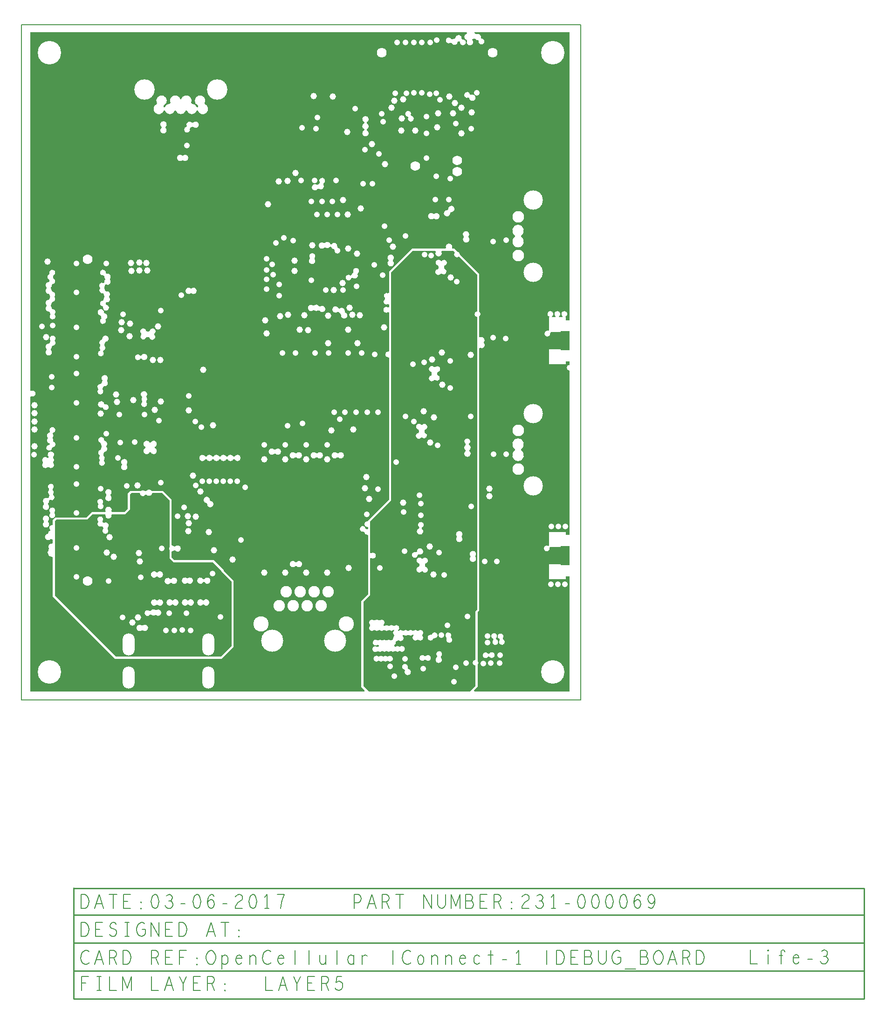
<source format=gbr>
G04 ================== begin FILE IDENTIFICATION RECORD ==================*
G04 Layout Name:  OC_Connect-1_DEBUG_Life-3.brd*
G04 Film Name:    L5P.gbr*
G04 File Format:  Gerber RS274X*
G04 File Origin:  Cadence Allegro 16.6-2015-S065*
G04 Origin Date:  Mon Mar 06 16:55:42 2017*
G04 *
G04 Layer:  VIA CLASS/L5_PWR*
G04 Layer:  PIN/L5_PWR*
G04 Layer:  ETCH/L5_PWR*
G04 Layer:  DRAWING FORMAT/L5*
G04 Layer:  DRAWING FORMAT/FILM_LABEL_OUTLINE*
G04 Layer:  BOARD GEOMETRY/OUTLINE*
G04 *
G04 Offset:    (0.000 0.000)*
G04 Mirror:    No*
G04 Mode:      Positive*
G04 Rotation:  0*
G04 FullContactRelief:  No*
G04 UndefLineWidth:     6.000*
G04 ================== end FILE IDENTIFICATION RECORD ====================*
%FSLAX25Y25*MOIN*%
%IR0*IPPOS*OFA0.00000B0.00000*MIA0B0*SFA1.00000B1.00000*%
%ADD10C,.026*%
%ADD11C,.01*%
%ADD12C,.006*%
%ADD21C,.109004*%
%ADD25C,.138004*%
%ADD18C,.146114*%
%ADD19C,.158004*%
%ADD13O,.087004X.158004*%
%ADD14C,.1678*%
%ADD15C,.042004*%
%ADD17C,.070004*%
%ADD20C,.082004*%
%ADD16C,.046004*%
%ADD24C,.083004*%
%ADD23C,.070164*%
%ADD22C,.069374*%
G75*
%LPD*%
G75*
G36*
G01X6418Y6200D02*
Y216797D01*
G02X7007Y217149I400J0D01*
G03Y220851I993J1851D01*
G02X6418Y221203I-189J352D01*
G01Y477400D01*
X318305D01*
X318354Y477272D01*
G03X318590Y476819I2146J828D01*
G02X318367Y476211I-332J-223D01*
G03X318387Y471783I633J-2211D01*
G02X318638Y471220I-107J-385D01*
G03X322241Y471907I2062J-1020D01*
G02X322208Y472166I134J148D01*
G03X322276Y472303I-508J335D01*
G02X322500Y472435I189J-65D01*
G03X324087Y472730I400J2265D01*
G02X324359Y472666I103J-171D01*
G03X326515Y471610I1941J1234D01*
G02X326944Y471130I37J-398D01*
G03X328922Y472799I2056J-430D01*
G02X328521Y473302I-15J400D01*
G03X325113Y475870I-2221J598D01*
G02X324841Y475934I-103J171D01*
G03X324105Y476659I-1941J-1234D01*
G02X324315Y477400I210J341D01*
G01X392000D01*
Y271491D01*
X389434D01*
Y273558D01*
X388856D01*
Y273894D01*
X388983Y273944D01*
G03X386896Y274268I-765J1956D01*
G02X386644Y273558I-252J-311D01*
G01X384792D01*
G02X384541Y274268I0J400D01*
G03X381896I-1322J1632D01*
G02X381644Y273558I-252J-311D01*
G01X379792D01*
G02X379540Y274268I0J400D01*
G03X377453Y273944I-1322J1632D01*
G01X377581Y273894D01*
Y273558D01*
X377264D01*
Y264286D01*
G02X376744Y263905I-400J0D01*
G03X378160Y262390I-626J-2005D01*
G02X378549Y262883I389J93D01*
G01X385576D01*
Y263572D01*
X392000D01*
Y250034D01*
X385576D01*
Y250723D01*
X377264D01*
Y240049D01*
X389434D01*
Y242116D01*
X392000D01*
Y239600D01*
G03Y235400I0J-2100D01*
G01Y117891D01*
X389434D01*
Y119958D01*
X377264D01*
Y110468D01*
G02X376664Y110121I-400J0D01*
G03X377660Y108790I-1046J-1821D01*
G02X378049Y109283I389J93D01*
G01X385576D01*
Y109972D01*
X392000D01*
Y96434D01*
X385576D01*
Y97123D01*
X377264D01*
Y86449D01*
X389434D01*
Y88516D01*
X392000D01*
Y6200D01*
X323805D01*
G02X323522Y6883I0J400D01*
G01X326218Y9579D01*
Y25130D01*
G03Y28070I-1500J1470D01*
G01Y62779D01*
X327318Y63879D01*
Y251333D01*
G02X327911Y251684I400J0D01*
G03X330626Y255345I1107J2016D01*
G02X330618Y255623I140J143D01*
G03X327896Y259234I-1700J1550D01*
G02X327318Y259592I-178J358D01*
G01Y274076D01*
G03Y277524I-1200J1723D01*
G01Y304721D01*
X313519Y318521D01*
X313514Y318596D01*
G03X311546Y320565I-2096J-128D01*
G01X311470Y320569D01*
X309440Y322600D01*
X308226D01*
G02X307855Y323148I0J400D01*
G03X303581I-2137J852D01*
G02X303210Y322600I-372J-148D01*
G01X279197D01*
X262818Y306221D01*
Y291110D01*
G02X262231Y290756I-400J0D01*
G03X260007Y287207I-982J-1856D01*
G02X259965Y286535I-237J-323D01*
G03X262189Y282978I1022J-1835D01*
G02X262818Y282650I229J-328D01*
G01Y280876D01*
G02X262173Y280560I-400J0D01*
G03Y277240I-1286J-1660D01*
G02X262818Y276924I245J-316D01*
G01Y249488D01*
G02X262379Y249090I-400J0D01*
G03Y244910I-205J-2090D01*
G02X262818Y244512I39J-398D01*
G01Y143321D01*
X247918Y128421D01*
Y128186D01*
G02X247475Y127788I-400J0D01*
G03Y123612I-225J-2088D01*
G02X247918Y123214I43J-398D01*
G01Y122586D01*
G02X247475Y122188I-400J0D01*
G03X246624Y122105I-225J-2088D01*
G02X246107Y122446I-119J382D01*
G03X244643Y120227I-2089J-215D01*
G02X245160Y119886I119J-382D01*
G03X247475Y118012I2089J214D01*
G02X247918Y117614I43J-398D01*
G01Y75721D01*
X243018Y70821D01*
Y9279D01*
X245414Y6883D01*
G02X245131Y6200I-283J-283D01*
G01X6418D01*
G37*
G36*
G01X248218D02*
X244518Y9900D01*
Y70200D01*
X249418Y75100D01*
Y101202D01*
G02X250058Y101521I400J0D01*
G03Y104879I1262J1679D01*
G02X249418Y105198I-240J320D01*
G01Y127800D01*
X264318Y142700D01*
Y305600D01*
X279818Y321100D01*
X295972D01*
G02X296314Y320493I0J-400D01*
G03X300248I1967J-1193D01*
G02X300590Y321100I342J207D01*
G01X308818D01*
X309949Y319969D01*
G03X312919Y316999I1469J-1501D01*
G01X325818Y304100D01*
Y277879D01*
G03Y273721I300J-2079D01*
G01Y64500D01*
X324718Y63400D01*
Y28700D01*
G03Y24500I0J-2100D01*
G01Y10200D01*
X320718Y6200D01*
X248218D01*
G37*
%LPC*%
G75*
G36*
G01X312419Y470805D02*
G03X311994Y470434I-26J-399D01*
G02X307556Y469766I-2294J166D01*
G03X306917Y469919I-373J-145D01*
G02X307430Y472348I-1401J1565D01*
G03X308077Y472230I365J165D01*
G02X309850Y472895I1623J-1630D01*
G03X310275Y473266I26J399D01*
G02X314822Y472634I2294J-166D01*
G03X315291Y472160I392J-81D01*
G02X313624Y470421I409J-2060D01*
G03X313131Y470869I-395J61D01*
G02X312419Y470805I-562J2231D01*
G37*
G36*
G01X320773Y432838D02*
G03X321350Y432547I395J64D01*
G02X320113Y430257I1050J-2047D01*
G03X319552Y430581I-398J-42D01*
G02X320773Y432838I-853J1919D01*
G37*
G36*
G01X278375Y418150D02*
G03X278690Y417585I363J-168D01*
G02X276531Y416382I-253J-2085D01*
G03X276216Y416947I-363J168D01*
G02X278375Y418150I253J2085D01*
G37*
G36*
G01X117883Y409708D02*
G03X118145Y410259I-102J387D01*
G02X122070Y412602I2096J947D01*
G03X122706I318J243D01*
G02Y409810I1828J-1396D01*
G03X122070I-318J-243D01*
G02X120682Y408948I-1828J1396D01*
G03X120384Y408415I77J-393D01*
G02X117883Y409708I-1966J-738D01*
G37*
G36*
G01X102953Y409615D02*
G03Y408979I243J-318D01*
G02X100161I-1396J-1828D01*
G03Y409615I-243J318D01*
G02X102953I1396J1828D01*
G37*
G36*
G01X115110Y389143D02*
G03X115390I140J143D01*
G02Y385857I1610J-1643D01*
G03X115110I-140J-143D01*
G02Y389143I-1610J1643D01*
G37*
G36*
G01X213144Y369335D02*
G03X213316Y369945I-149J371D01*
G02X215896Y369300I1684J1255D01*
G03X215760Y368681I171J-362D01*
G02X212501Y365456I-1760J-1481D01*
G03X211893Y365352I-261J-303D01*
G02X211399Y368244I-1993J1148D01*
G03X212007Y368348I261J303D01*
G02X213144Y369335I1993J-1148D01*
G37*
G36*
G01X307032Y348732D02*
G03X306570Y348273I-67J-394D01*
G02X304686Y350168I-2270J-373D01*
G03X305148Y350627I67J394D01*
G02X307032Y348732I2270J373D01*
G37*
G36*
G01X295158Y344110D02*
G03X294616I-271J-294D01*
G02Y347490I-1560J1691D01*
G03X295158I271J294D01*
G02Y344110I1560J-1690D01*
G37*
G36*
G01X319635Y331366D02*
G03X319650Y330819I299J-266D01*
G02X316298Y330727I-1633J-1620D01*
G03X316283Y331274I-299J266D01*
G02X319635Y331366I1633J1620D01*
G37*
G36*
G01X357199Y331926D02*
G03Y331233I200J-346D01*
G02X353037I-2081J-3591D01*
G03Y331926I-200J346D01*
G02X357199I2081J3591D01*
G37*
G36*
G01X206186Y315519D02*
G03X206232Y316048I-275J290D01*
G02X209489Y315906I1686J1252D01*
G03Y315376I299J-265D01*
G02X206186Y315519I-1721J-1526D01*
G37*
G36*
G01X265561Y314447D02*
G03Y313853I268J-297D01*
G02X262475I-1543J-1706D01*
G03Y314447I-268J297D01*
G02X265561I1543J1706D01*
G37*
G36*
G01X121404Y290763D02*
G03X121132I-136J-147D01*
G02Y294137I-1564J1687D01*
G03X121404I136J147D01*
G02Y290763I1564J-1687D01*
G37*
G36*
G01X212810Y281295D02*
G03X213440Y281172I361J173D01*
G02X212915Y278477I1548J-1701D01*
G03X212285Y278600I-361J-173D01*
G02X209243Y278551I-1548J1701D01*
G03X208706Y278536I-260J-304D01*
G02X208612Y281949I-1588J1664D01*
G03X209148Y281964I260J304D01*
G02X212810Y281295I1588J-1664D01*
G37*
G36*
G01X231184Y277557D02*
G03X231446Y277082I389J-95D01*
G02X228484Y275448I-728J-2182D01*
G03X228222Y275922I-389J95D01*
G02X226789Y277316I728J2182D01*
G03X226140Y277471I-376J-137D01*
G02X226729Y279938I-1572J1679D01*
G03X227378Y279783I376J137D01*
G02X231184Y277557I1572J-1679D01*
G37*
G36*
G01X22809Y303562D02*
G03X22585Y303062I154J-369D01*
G02X22609Y301762I-1985J-687D01*
G03X22833Y301278I383J-117D01*
G02X22148Y297255I-833J-1928D01*
G03X21780Y296804I28J-399D01*
G02X21045Y294796I-2280J-304D01*
G03Y294204I269J-296D01*
G02X21792Y292302I-1545J-1704D01*
G03X22160Y291869I399J-34D01*
G02X23531Y288337I-160J-2094D01*
G03Y288063I146J-137D01*
G02X22160Y284531I-1531J-1438D01*
G03X21792Y284098I30J-399D01*
G02X21045Y282196I-2292J-198D01*
G03Y281604I269J-296D01*
G02X21799Y279815I-1545J-1704D01*
G03X22202Y279400I400J-15D01*
G02X23749Y275862I17J-2100D01*
G03Y275588I146J-137D01*
G02X20687I-1531J-1438D01*
G03Y275862I-146J137D01*
G02X20119Y277223I1531J1438D01*
G03X19687Y277607I-400J-15D01*
G02X17955Y281604I-187J2293D01*
G03Y282196I-269J296D01*
G02X19500Y286200I1545J1704D01*
G03X19900Y286604I0J400D01*
G02X20469Y288063I2100J21D01*
G03Y288337I-146J137D01*
G02X19900Y289796I1531J1438D01*
G03X19500Y290200I-400J4D01*
G02X17955Y294204I0J2300D01*
G03Y294796I-269J296D01*
G02X19504Y298800I1545J1704D01*
G03X19904Y299224I1J400D01*
G02X19991Y299963I2096J126D01*
G03X19767Y300447I-383J117D01*
G02X19791Y304313I833J1928D01*
G03X20015Y304813I-154J369D01*
G02X22809Y303562I1985J687D01*
G37*
G36*
G01X60139Y272156D02*
G03X60060Y271884I96J-176D01*
G02X57062Y272628I-1842J-1009D01*
G03X57119Y272906I-110J167D01*
G02X56753Y274446I1918J1269D01*
G03X56403Y274891I-397J47D01*
G02X58959Y276903I272J2284D01*
G03X59309Y276459I397J-47D01*
G02X60139Y272156I-272J-2284D01*
G37*
G36*
G01X91448Y259149D02*
G03X90952Y259469I-394J-67D01*
G02X89695Y259528I-533J2031D01*
G03X89167Y259240I-138J-376D01*
G02X85712Y261260I-2049J460D01*
G03X85696Y261868I-268J297D01*
G02X89100Y263772I1322J1632D01*
G03X89644Y263452I397J52D01*
G02X91192I774J-1952D01*
G03X91736Y263772I147J372D01*
G02X94943Y261726I2082J-273D01*
G03X94895Y261086I214J-338D01*
G02X91448Y259149I-1376J-1586D01*
G37*
G36*
G01X17955Y250204D02*
G03Y250796I-269J296D01*
G02X19686Y254793I1545J1704D01*
G03X20118Y255201I32J399D01*
G02X20687Y256688I2100J50D01*
G03Y256962I-146J137D01*
G02X23749I1531J1438D01*
G03Y256688I146J-137D01*
G02X22193Y253150I-1531J-1438D01*
G03X21790Y252713I-5J-400D01*
G02X21045Y250796I-2290J-213D01*
G03Y250204I269J-296D01*
G02X17955I-1545J-1704D01*
G37*
G36*
G01X57385Y257571D02*
G03X57715Y258011I-67J394D01*
G02X60200Y255983I2285J264D01*
G03X59835Y255571I35J-398D01*
G02X59142Y253940I-2099J-71D01*
G03X59158Y253332I268J-297D01*
G02X58505Y249709I-1322J-1632D01*
G03X58329Y249069I127J-379D01*
G02X56068Y249691I-1593J-1369D01*
G03X56244Y250331I-127J379D01*
G02X56430Y253260I1593J1369D01*
G03X56414Y253868I-268J297D01*
G02X57385Y257571I1322J1632D01*
G37*
G36*
G01X54830Y221870D02*
G03X54822Y222409I-299J266D01*
G02X56734Y225915I1528J1441D01*
G03X57206Y226337I73J393D01*
G02X57857Y228110I2294J163D01*
G03Y228390I-143J140D01*
G02X61143I1643J1610D01*
G03Y228110I143J-140D01*
G02X58946Y224267I-1643J-1610D01*
G03X58450Y223874I-96J-388D01*
G02X57920Y222455I-2100J-25D01*
G03X57928Y221915I299J-266D01*
G02X54830Y221870I-1528J-1441D01*
G37*
G36*
G01X89232Y213548D02*
G03X89216Y212972I269J-296D01*
G02X86304Y213052I-1498J-1472D01*
G03X86320Y213628I-269J296D01*
G02X86195Y216433I1498J1472D01*
G03X86167Y216715I-155J127D01*
G02X89268Y216898I1451J1785D01*
G03X89273Y216614I143J-139D01*
G02X89232Y213548I-1455J-1514D01*
G37*
G36*
G01X59225Y211617D02*
G03X59722Y211283I397J53D01*
G02X58192Y208833I528J-2033D01*
G03X57673Y209133I-392J-79D01*
G02X59225Y211617I-728J2182D01*
G37*
G36*
G01X22274Y180563D02*
G03X21884Y180184I9J-400D01*
G02X19738Y182393I-2097J109D01*
G03X20128Y182772I-9J400D01*
G02X20173Y183108I2097J-110D01*
G03X20020Y183345I-195J42D01*
G02X18815Y187156I484J2249D01*
G03X18815Y187428I-147J136D01*
G02X20072Y191254I1685J1566D01*
G03X20334Y191864I-74J393D01*
G02X22597Y190960I1766J1136D01*
G03X22367Y190337I95J-389D01*
G02X22188Y187432I-1867J-1343D01*
G03X22188Y187160I147J-136D01*
G02X22703Y184922I-1685J-1566D01*
G03X22836Y184672I191J-58D01*
G02X22274Y180563I-611J-2009D01*
G37*
G36*
G01X181510Y176114D02*
G03X180872I-319J-241D01*
G02Y178886I-1836J1386D01*
G03X181510I319J241D01*
G02Y176114I1836J-1386D01*
G37*
G36*
G01X226511Y173514D02*
G03X225872I-319J-241D01*
G02Y176286I-1836J1386D01*
G03X226511I319J241D01*
G02Y173514I1836J-1386D01*
G37*
G36*
G01X211511D02*
G03X210872I-319J-241D01*
G02Y176286I-1836J1386D01*
G03X211511I319J241D01*
G02Y173514I1836J-1386D01*
G37*
G36*
G01X196510D02*
G03X195872I-319J-241D01*
G02Y176286I-1836J1386D01*
G03X196510I319J241D01*
G02Y173514I1836J-1386D01*
G37*
G36*
G01X357199Y179226D02*
G03Y178533I200J-346D01*
G02X353037I-2081J-3591D01*
G03Y179226I-200J346D01*
G02X357199I2081J3591D01*
G37*
G36*
G01X59095Y185682D02*
G03X59421Y185261I399J-27D01*
G02X60643Y181390I-421J-2261D01*
G03Y181110I143J-140D01*
G02X59157Y177205I-1643J-1610D01*
G03X58971Y176992I14J-200D01*
G02X58438Y175441I-2095J-147D01*
G03X58538Y174826I297J-267D01*
G02X59000Y171530I-1038J-1826D01*
G03Y170970I286J-280D01*
G02X56000I-1500J-1470D01*
G03Y171530I-286J280D01*
G02X55938Y174404I1500J1470D01*
G03X55838Y175019I-297J267D01*
G02X56559Y178921I1038J1826D01*
G03X56727Y179149I-30J198D01*
G02X57357Y181110I2273J351D01*
G03Y181390I-143J140D01*
G02X56727Y183354I1643J1610D01*
G03X56439Y183801I-395J62D01*
G02X59095Y185682I561J2024D01*
G37*
G36*
G01X18704Y173045D02*
G03X19296I296J269D01*
G02X19398Y173150I1704J-1545D01*
G03Y173724I-279J287D01*
G02X22602I1602J1650D01*
G03Y173150I279J-287D01*
G02X22643Y169890I-1602J-1650D01*
G03Y169610I143J-140D01*
G02X19296Y166455I-1643J-1610D01*
G03X18704I-296J-269D01*
G02X15357Y169610I-1704J1545D01*
G03Y169890I-143J140D01*
G02X18704Y173045I1643J1610D01*
G37*
G36*
G01X75143Y168390D02*
G03Y168110I143J-140D01*
G02X71857I-1643J-1610D01*
G03Y168390I-143J140D01*
G02X75143I1643J1610D01*
G37*
G36*
G01X63680Y146757D02*
G03Y146143I257J-307D01*
G02X60727I-1477J-1763D01*
G03Y146757I-257J307D01*
G02X63680I1477J1763D01*
G37*
G36*
G01X132715Y140261D02*
G03X132344Y140705I-397J45D01*
G02X134785Y142739I156J2295D01*
G03X135156Y142295I397J-45D01*
G02X132715Y140261I-156J-2295D01*
G37*
G36*
G01X57892Y140330D02*
G03X57913Y140047I152J-130D01*
G02X54958Y139820I-1363J-1597D01*
G03X54936Y140103I-152J130D01*
G02X57892Y140330I1363J1597D01*
G37*
G36*
G01X23500Y134030D02*
G03Y133470I286J-280D01*
G02X20500I-1500J-1470D01*
G03Y134030I-286J280D01*
G02X23500I1500J1470D01*
G37*
G36*
G01X19009Y127857D02*
G03Y127243I257J-307D01*
G02X16056I-1477J-1764D01*
G03Y127857I-257J307D01*
G02X19009I1477J1764D01*
G37*
G36*
G01X196564Y95714D02*
G03X195926I-319J-241D01*
G02Y98486I-1836J1386D01*
G03X196564I319J241D01*
G02Y95714I1836J-1386D01*
G37*
G36*
G01X341967Y42916D02*
G03X341823Y43556I-295J270D01*
G02X344169Y44084I795J1944D01*
G03X344313Y43444I295J-270D01*
G02X341967Y42916I-795J-1944D01*
G37*
G36*
G01X20981Y115332D02*
G02X18966Y118800I-1981J1168D01*
G03X19413Y120330I-1848J1370D01*
G02X19877Y120753I399J28D01*
G03X20295Y120726I341J2072D01*
G02X20500Y120970I1705J-1226D01*
G03Y121530I-286J280D01*
G02X22015Y125100I1500J1470D01*
G03X22418Y125500I3J400D01*
G01Y128740D01*
X24179Y130500D01*
X46379D01*
X50179Y134300D01*
X59795D01*
G03X60152Y134881I0J400D01*
G02X64256I2052J1039D01*
G03X64613Y134300I357J-181D01*
G01X73479D01*
X76000Y136821D01*
Y147621D01*
X77879Y149500D01*
X85467D01*
G02X87933I1233J-1700D01*
G01X89375D01*
G02X93025I1825J-1400D01*
G01X101040D01*
X107318Y143221D01*
Y110799D01*
G03X107707Y110399I400J0D01*
G02X109206Y109710I-58J-2099D01*
G03X109816Y109729I297J268D01*
G02Y106871I1802J-1429D01*
G03X109206Y106890I-313J-249D01*
G02X107707Y106201I-1557J1409D01*
G03X107318Y105801I11J-400D01*
G01Y102021D01*
X109339Y100000D01*
X137440D01*
X144518Y92921D01*
Y92521D01*
X151718Y85321D01*
Y37979D01*
X143240Y29500D01*
X66997D01*
X22418Y74079D01*
Y101710D01*
G03X22018Y102110I-400J0D01*
G02X21730Y102233I0J400D01*
G03X19877Y102847I-1512J-1458D01*
G02X19413Y103270I-65J395D01*
G03X18595Y105193I-2295J160D01*
G02Y105807I257J307D01*
G03X19413Y107730I-1477J1763D01*
G02X19524Y108036I399J28D01*
G03X19550Y108281I-144J139D01*
G02X21941Y111758I1951J1219D01*
G03X22418Y112150I77J393D01*
G01Y114310D01*
G03X22018Y114710I-400J0D01*
G02X21730Y114833I0J400D01*
G03X20981Y115332I-1512J-1458D01*
G37*
G36*
G01X101729Y421281D02*
G02X96690Y425962I-3559J1221D01*
G03X96879Y426529I-157J368D01*
G02X101619Y424949I3260J1879D01*
G03X101430Y424381I157J-368D01*
G02X101729Y423724I-3260J-1879D01*
G03X102485I378J130D01*
G02X106187Y426262I3559J-1221D01*
G03X106566Y426830I15J400D01*
G02X113540Y429629I3415J1578D01*
G03X114296I378J130D01*
G02X121270Y426830I3559J-1221D01*
G03X121649Y426262I363J-168D01*
G02X125351Y423724I143J-3760D01*
G03X126107I378J130D01*
G02X126406Y424381I3559J-1221D01*
G03X126217Y424949I-347J200D01*
G02X130957Y426529I1480J3459D01*
G03X131146Y425962I347J-200D01*
G02X126107Y421281I-1480J-3459D01*
G03X125351I-378J-130D01*
G02X118233I-3559J1221D01*
G03X117477I-378J-130D01*
G02X110359I-3559J1221D01*
G03X109603I-378J-130D01*
G02X102485I-3559J1221D01*
G03X101729I-378J-130D01*
G37*
G36*
G01X246869Y407261D02*
G02X245131I-869J-2130D01*
G03Y408002I-151J370D01*
G02Y412261I869J2130D01*
G03Y413002I-151J370D01*
G02X246869I869J2130D01*
G03Y412261I151J-370D01*
G02Y408002I-869J-2130D01*
G03Y407261I151J-370D01*
G37*
G36*
G01X226145Y323288D02*
G02X223880Y321706I-226J-2088D01*
G03X223510Y322202I-388J96D01*
G02X221397Y323883I104J2298D01*
G03X220672Y323986I-385J-107D01*
G02X217218Y323456I-1954J1214D01*
G03X216641Y323397I-261J-303D01*
G02X216318Y326544I-1823J1403D01*
G03X216896Y326603I261J303D01*
G02X220934Y325817I1822J-1403D01*
G03X221659Y325714I385J107D01*
G02X225806Y323806I1954J-1214D01*
G03X226145Y323288I381J-121D01*
G37*
G36*
G01X235974Y301672D02*
G02X235347Y303409I-2088J228D01*
G03X236024Y303668I278J287D01*
G02X237197Y305509I2294J-168D01*
G03X237373Y306009I-195J349D01*
G02X240497Y305062I1945J791D01*
G03X240365Y304548I225J-331D01*
G02X236660Y301906I-2047J-1048D01*
G03X235974Y301672I-288J-277D01*
G37*
G36*
G01X60599Y282419D02*
G02X58410Y280877I-163J-2094D01*
G03X58055Y281381I-386J105D01*
G02X58331Y285572I163J2094D01*
G03X58744Y286050I21J399D01*
G02X59357Y288110I2256J450D01*
G03Y288390I-143J140D01*
G02X58722Y290315I1643J1610D01*
G03X58231Y290759I-396J55D01*
G02X56151Y294178I-495J2041D01*
G03X56133Y294721I-302J262D01*
G02X58676Y298018I1493J1477D01*
G03X59264Y298458I200J346D01*
G02X59857Y300610I2235J542D01*
G03Y300890I-143J140D01*
G02X59260Y303021I1643J1610D01*
G03X58766Y303498I-390J91D01*
G02X60284Y305144I-548J2028D01*
G03X60799Y304691I393J-73D01*
G02X63143Y300890I701J-2191D01*
G03Y300610I143J-140D01*
G02X60286Y297047I-1643J-1610D01*
G03X59683Y296625I-211J-340D01*
G02X59212Y294821I-2056J-427D01*
G03X59229Y294277I302J-262D01*
G02X59829Y292621I-1493J-1477D01*
G03X60342Y292204I399J-34D01*
G02X62643Y288390I658J-2204D01*
G03Y288110I143J-140D01*
G02X60740Y284214I-1643J-1610D01*
G03X60298Y283762I-45J-397D01*
G02X60244Y282923I-2080J-288D01*
G03X60599Y282419I386J-105D01*
G37*
G36*
G01X85084Y243936D02*
G02X84939Y246104I-1866J964D01*
G03X85630Y246165I328J229D01*
G02X85777Y243966I2088J-965D01*
G03X85084Y243936I-338J-215D01*
G37*
G36*
G01X91630Y177131D02*
G02X88631Y180130I-2130J869D01*
G03Y180870I-151J370D01*
G02X91630Y183869I869J2130D01*
G03X92370I370J151D01*
G02X95369Y180870I2130J-869D01*
G03Y180130I151J-370D01*
G02X92370Y177131I-869J-2130D01*
G03X91630I-370J-151D01*
G37*
G36*
G01X131548Y172131D02*
G02Y173869I-2130J869D01*
G03X132288I370J151D01*
G02X136548I2130J-869D01*
G03X137288I370J151D01*
G02X141548I2130J-869D01*
G03X142288I370J151D01*
G02X146548I2130J-869D01*
G03X147288I370J151D01*
G02X151548I2130J-869D01*
G03X152288I370J151D01*
G02Y172131I2130J-869D01*
G03X151548I-370J-151D01*
G02X147288I-2130J869D01*
G03X146548I-370J-151D01*
G02X142288I-2130J869D01*
G03X141548I-370J-151D01*
G02X137288I-2130J869D01*
G03X136548I-370J-151D01*
G02X132288I-2130J869D01*
G03X131548I-370J-151D01*
G37*
G36*
G01X19009Y139843D02*
G02X16056I-1477J-1763D01*
G03Y140457I-257J307D01*
G02X18811Y144132I1477J1764D01*
G03X19428Y144530I222J332D01*
G02X19872Y146202I2072J345D01*
G03X19792Y146782I-310J253D01*
G02X19740Y150180I1208J1718D01*
G03Y150820I-240J320D01*
G02X22260I1260J1680D01*
G03Y150180I240J-320D01*
G02X22628Y147173I-1260J-1680D01*
G03X22708Y146593I310J-253D01*
G02X20391Y143091I-1208J-1718D01*
G03X19788Y142673I-211J-340D01*
G02X19009Y140457I-2255J-453D01*
G03Y139843I257J-307D01*
G37*
G36*
G01X339483Y43392D02*
G02X337481Y43020I-665J-1992D01*
G03X337353Y43708I-255J309D01*
G02X339355Y44080I665J1992D01*
G03X339483Y43392I255J-309D01*
G37*
G36*
G01X333811Y30991D02*
G02X333721Y32977I-1893J909D01*
G03X334425Y33009I343J205D01*
G02X334515Y31023I1893J-909D01*
G03X333811Y30991I-343J-205D01*
G37*
G36*
G01X297317Y232755D02*
G03X297605Y232243I381J-123D01*
G02X295669Y228680I-487J-2043D01*
G03X295074Y228632I-276J-290D01*
G02X293096Y231978I-1674J1268D01*
G03X293403Y232538I-58J396D01*
G02X293314Y234028I1915J862D01*
G03X293010Y234540I-382J120D01*
G02X295090Y237871I408J2060D01*
G03X295714Y237855I318J242D01*
G02X297669Y234429I1604J-1355D01*
G03X297349Y233933I67J-394D01*
G02X297317Y232755I-2031J-533D01*
G37*
G36*
G01X283331Y103749D02*
G02X282155Y105523I-2097J-114D01*
G03X282729Y105921I175J359D01*
G02X283921Y104122I2289J223D01*
G03X283331Y103749I-191J-352D01*
G37*
G36*
G01X286178Y122476D02*
G02X284373Y122713I-1178J-1976D01*
G03X284481Y123434I-109J385D01*
G02X286260Y123200I1137J1766D01*
G03X286178Y122476I122J-381D01*
G37*
G36*
G01X320310Y177932D02*
G02X317526I-1392J-1832D01*
G03Y178568I-242J318D01*
G02X317682Y182340I1392J1831D01*
G03X317678Y183016I-215J337D01*
G02X320000Y183086I1109J1784D01*
G03X320037Y182410I231J-326D01*
G02X320310Y178568I-1119J-2010D01*
G03Y177932I242J-318D01*
G37*
G36*
G01X276126Y22854D02*
G03X276449Y22289I363J-167D01*
G02X274184Y21075I-231J-2289D01*
G03X273893Y21657I-354J187D01*
G02X276126Y22854I325J2075D01*
G37*
G36*
G01X299899Y31079D02*
G03X299864Y30445I225J-331D01*
G02X297186Y30675I-1499J-1745D01*
G03X297258Y31306I-205J343D01*
G02X299899Y31079I1460J1510D01*
G37*
G36*
G01X255724Y27929D02*
G03X255194I-265J-299D01*
G02Y31071I-1394J1571D01*
G03X255724I265J299D01*
G02X258533Y31052I1394J-1571D01*
G03X258803I135J148D01*
G02X261617Y31066I1415J-1552D01*
G03X262150I266J298D01*
G02Y27934I1399J-1566D01*
G03X261617I-266J-298D01*
G02X258803Y27948I-1399J1566D01*
G03X258533I-135J-148D01*
G02X255724Y27929I-1415J1552D01*
G37*
G36*
G01X289038Y28740D02*
G03X288398I-320J-240D01*
G02Y31260I-1680J1260D01*
G03X289038I320J240D01*
G02Y28740I1680J-1260D01*
G37*
G36*
G01X307029Y45136D02*
G03X307141Y44608I345J-203D01*
G02X304108Y43964I-1222J-1708D01*
G03X303996Y44492I-345J203D01*
G02X307029Y45136I1222J1708D01*
G37*
G36*
G01X295023Y44159D02*
G03X294548Y43894I-94J-389D01*
G02X293045Y46582I-1998J648D01*
G03X293520Y46848I94J389D01*
G02X295023Y44159I1998J-648D01*
G37*
G36*
G01X288869Y97529D02*
G03X288549Y97033I67J-394D01*
G02X288471Y95726I-2031J-533D01*
G03X288791Y95182I372J-147D01*
G02X286807Y91883I-272J-2082D01*
G03X286167Y91899I-326J-232D01*
G02X284216Y95278I-1649J1301D01*
G03X284536Y95806I-58J396D01*
G02X284514Y97128I1982J694D01*
G03X284210Y97640I-382J120D01*
G02X286290Y100971I408J2060D01*
G03X286914Y100955I318J242D01*
G02X288869Y97529I1604J-1355D01*
G37*
G36*
G01X324505Y102736D02*
G03Y102464I147J-136D01*
G02X321132I-1687J-1564D01*
G03Y102736I-147J136D01*
G02X324505I1687J1564D01*
G37*
G36*
G01X314725Y116936D02*
G03Y116664I147J-136D01*
G02X311352I-1687J-1564D01*
G03Y116936I-147J136D01*
G02X314725I1687J1564D01*
G37*
G36*
G01X302117Y308755D02*
G03X302405Y308243I381J-123D01*
G02X300356Y304796I-487J-2043D01*
G03X299724Y304748I-297J-267D01*
G02X297851Y307997I-1756J1152D01*
G03X298195Y308557I-22J399D01*
G02X298114Y310028I1924J843D01*
G03X297810Y310540I-382J120D01*
G02X299890Y313871I408J2060D01*
G03X300514Y313855I318J242D01*
G02X302469Y310429I1604J-1355D01*
G03X302149Y309933I67J-394D01*
G02X302117Y308755I-2031J-533D01*
G37*
G36*
G01X284114Y192828D02*
G03X283810Y193340I-382J120D01*
G02X285890Y196671I408J2060D01*
G03X286514Y196655I318J242D01*
G02X288469Y193229I1604J-1355D01*
G03X288149Y192733I67J-394D01*
G02X288117Y191555I-2031J-533D01*
G03X288405Y191043I381J-123D01*
G02X286385Y187564I-487J-2043D01*
G03X285774Y187532I-292J-273D01*
G02X283842Y190884I-1674J1268D01*
G03X284165Y191428I-49J397D01*
G02X284114Y192828I1953J772D01*
G37*
G36*
G01X254518Y34849D02*
G02X254338Y37919I-1518J1451D01*
G03X254882Y37951I255J308D01*
G02X255484Y38390I1518J-1451D01*
G03Y39110I-174J360D01*
G02X254985Y39448I916J1890D01*
G03X254715I-135J-148D01*
G02Y42552I-1415J1552D01*
G03X254985I135J148D01*
G02X257815I1415J-1552D01*
G03X258085I135J148D01*
G02X260915I1415J-1552D01*
G03X261185I135J148D01*
G02X264024Y42544I1415J-1552D01*
G03X264295I136J147D01*
G02X265433Y43081I1424J-1544D01*
G03X265766Y43577I-54J396D01*
G02X266506Y45754I2034J523D01*
G03X266493Y46394I-246J315D01*
G02X266507Y49816I1225J1706D01*
G03X266542Y50112I-115J163D01*
G02X266520Y50137I1577J1387D01*
G03X266216I-152J-130D01*
G02X263191Y49959I-1598J1363D01*
G03X262631Y49943I-272J-293D01*
G02X259648Y49900I-1513J1457D01*
G03X259088I-280J-286D01*
G02X256148I-1470J1500D01*
G03X255588I-280J-286D01*
G02X252648I-1470J1500D01*
G03X252088I-280J-286D01*
G02X249358Y53080I-1470J1500D01*
G03Y53720I-240J320D01*
G02X252088Y56900I1260J1680D01*
G03X252648I280J286D01*
G02X255588I1470J-1500D01*
G03X256148I280J286D01*
G02X258878Y53720I1470J-1500D01*
G03Y53080I240J-320D01*
G02X259088Y52900I-1260J-1680D01*
G03X259648I280J286D01*
G02X262545Y52941I1470J-1500D01*
G03X263105Y52957I272J293D01*
G02X266088Y53000I1513J-1457D01*
G03X266648I280J286D01*
G02X269329Y49784I1470J-1500D01*
G03X269294Y49488I115J-163D01*
G02X269355Y49416I-1577J-1388D01*
G03X269659Y49407I156J125D01*
G02X272688Y49500I1559J-1407D01*
G03X273248I280J286D01*
G02X276188I1470J-1500D01*
G03X276748I280J286D01*
G02X279688I1470J-1500D01*
G03X280248I280J286D01*
G02X283188I1470J-1500D01*
G03X283748I280J286D01*
G02X286718Y46530I1470J-1500D01*
G03Y45970I286J-280D01*
G02X283748Y43000I-1500J-1470D01*
G03X283188I-280J-286D01*
G02X280218Y45970I-1470J1500D01*
G03Y46530I-286J280D01*
G02X280120Y46637I1500J1470D01*
G03X279816I-152J-130D01*
G02X276748Y46500I-1598J1363D01*
G03X276188I-280J-286D01*
G02X273248I-1470J1500D01*
G03X272688I-280J-286D01*
G02X272525Y46356I-1470J1500D01*
G03X272522Y45732I249J-313D01*
G02X269772Y42560I-1322J-1632D01*
G03X269228I-272J-293D01*
G02X268085Y42019I-1428J1540D01*
G03X267752Y41523I54J-396D01*
G02X266634Y39110I-2034J-523D01*
G03Y38390I174J-360D01*
G02X267171Y38017I-916J-1890D01*
G03X267447I138J144D01*
G02X270361Y38009I1453J-1517D01*
G03X270639I139J144D01*
G02Y34991I1461J-1509D01*
G03X270361I-139J-144D01*
G02X267447Y34983I-1461J1509D01*
G03X267171I-138J-144D01*
G02X264295Y34956I-1453J1517D01*
G03X264024I-136J-147D01*
G02X261185Y34948I-1423J1544D01*
G03X260915I-135J-148D01*
G02X258085I-1415J1552D01*
G03X257815I-135J-148D01*
G02X255062Y34881I-1415J1552D01*
G03X254518Y34849I-255J-308D01*
G37*
G54D21*
X171226Y54508D03*
X232210D03*
G54D25*
X365787Y153013D03*
Y204746D03*
Y305713D03*
Y357446D03*
G54D18*
X88052Y436282D03*
X139784D03*
G54D19*
X179218Y42500D03*
X224218D03*
G54D13*
X133561Y16103D03*
X76475D03*
G54D14*
X20000Y20000D03*
Y462677D03*
X380000Y20000D03*
Y462677D03*
G54D15*
X39218Y166750D03*
Y154500D03*
Y133750D03*
X56500Y151000D03*
X9000Y175500D03*
X69000Y173000D03*
X75400Y152900D03*
X70500Y184000D03*
X39218Y245500D03*
Y233250D03*
Y212500D03*
Y187500D03*
X21500Y223500D03*
X60500Y190500D03*
X21500Y231000D03*
X69800Y204200D03*
X14500Y267000D03*
X39218Y266250D03*
Y291250D03*
Y312000D03*
X22218Y267850D03*
X72618Y275800D03*
X60500Y312000D03*
X129218Y156400D03*
X144218D03*
X139218D03*
X134218D03*
X111618Y131282D03*
X99500Y155500D03*
X81000Y184500D03*
X116400Y137800D03*
X124500Y153500D03*
X119718Y217500D03*
X124218Y199000D03*
X87918Y204000D03*
X98218Y199740D03*
X128500Y195000D03*
X114418Y289500D03*
X99500Y278300D03*
X118418Y396400D03*
X218700Y182400D03*
X203700D03*
X188700D03*
X154218Y156400D03*
X149218D03*
X160100Y152200D03*
X156874Y114500D03*
X173700Y182400D03*
X195961Y247900D03*
X219583D03*
X186449D03*
X200962Y197700D03*
X210071Y247900D03*
X190118Y196200D03*
X184150Y289200D03*
X184250Y297200D03*
X175250Y293800D03*
Y300600D03*
Y307400D03*
Y315400D03*
X182087Y326700D03*
X194218Y328232D03*
X187718Y330417D03*
X217718Y293000D03*
X179835Y303906D03*
X179401Y311265D03*
X207228Y300038D03*
X200000Y371500D03*
X218697Y347168D03*
X211218Y347200D03*
X214918Y356468D03*
X207418D03*
X209700Y371400D03*
X211500Y416500D03*
X210457Y408400D03*
X200500Y409000D03*
X246950Y132800D03*
X254818Y150768D03*
X252662Y247000D03*
X233693Y247900D03*
X243205D03*
X254984Y205604D03*
X247110D03*
X239236D03*
X231362D03*
X223488D03*
X227518Y200668D03*
X258318Y303778D03*
X262918Y328700D03*
X229818Y293100D03*
X239618Y295700D03*
X252218Y311000D03*
X274618Y331700D03*
X225918Y347168D03*
X222418Y356468D03*
X259587Y338600D03*
X289718Y387500D03*
X255500Y390500D03*
X245500Y393500D03*
X244300Y369100D03*
X251000Y369000D03*
X224800Y371300D03*
X257532Y418969D03*
X289563Y405000D03*
X268698Y470100D03*
X274604D03*
X280509D03*
X286415D03*
X292320D03*
X292000Y433000D03*
X286406Y434100D03*
X267200Y433700D03*
X275400D03*
X280500Y434100D03*
X238700Y422800D03*
X289532Y416969D03*
X258500Y413500D03*
X333418Y41000D03*
X342118Y32100D03*
X341918Y26300D03*
X335718D03*
X330218Y26200D03*
X333118Y45600D03*
X340100Y99000D03*
X331400D03*
X346500Y175700D03*
X337600Y175600D03*
X346400Y258400D03*
X346718Y328626D03*
X337168Y327650D03*
X337218Y259100D03*
X305774Y357800D03*
X295974D03*
X306618Y372700D03*
X296718Y374300D03*
X310706Y412000D03*
X321468Y408532D03*
X297100Y471700D03*
X325776Y434100D03*
X299350Y429050D03*
X296600Y433700D03*
X388618Y82600D03*
X383618D03*
X378618D03*
X388818Y124100D03*
X378818D03*
X383818D03*
X274000Y106400D03*
X311418Y299132D03*
X321318Y202700D03*
X321618Y138400D03*
X317918Y26300D03*
X310518Y23500D03*
X309218Y13032D03*
X318818Y59700D03*
X293018Y317600D03*
X288418Y318368D03*
X287918Y241500D03*
X306718Y242469D03*
X280729Y199108D03*
X267818Y170200D03*
X306718Y223132D03*
X274518Y202868D03*
X297518Y182032D03*
X273247Y134484D03*
X285589Y131916D03*
X285518Y140400D03*
X284718Y146400D03*
X298518Y105513D03*
X302218Y89432D03*
X256436Y94500D03*
X287218Y22500D03*
X263550Y24000D03*
X266718Y16968D03*
X300218Y46500D03*
X304618Y53300D03*
X274218Y29500D03*
X280018Y240100D03*
G54D17*
X47218Y315125D03*
G54D20*
X184218Y67500D03*
X189218Y77500D03*
X194218Y67500D03*
X199218Y77500D03*
X204218Y67500D03*
X209218Y77500D03*
X214218Y67500D03*
X219218Y77500D03*
G54D16*
X9200Y181500D03*
X56500Y204725D03*
X9200Y193300D03*
X68200Y213000D03*
X67600Y218500D03*
X9200Y199100D03*
Y210600D03*
Y204900D03*
X18500Y313500D03*
X17500Y259500D03*
X71300Y264250D03*
X71600Y270000D03*
X137500Y107000D03*
X134000Y120000D03*
X124500Y131000D03*
X119168Y120750D03*
X119518Y126300D03*
X122500Y160500D03*
X128000Y149000D03*
X83000Y153500D03*
X119000Y131500D03*
X95187Y207500D03*
X119718Y207000D03*
X99418Y242932D03*
X93918D03*
X79950Y214500D03*
X130000Y236000D03*
X137000Y196500D03*
X99500Y213500D03*
X77418Y259900D03*
X97718Y266900D03*
X77518Y269200D03*
X78518Y306800D03*
X84418Y307100D03*
X89818D03*
X89418Y312500D03*
X84218Y312700D03*
X78418Y312500D03*
X218700Y91000D03*
X203700D03*
X173700D03*
X188700D03*
X151000Y100500D03*
X218718Y171900D03*
X203718D03*
X188718D03*
X173718D03*
X219218Y255200D03*
X202200Y275200D03*
X190700Y275500D03*
X174400Y271400D03*
X205018Y264500D03*
X195318Y313900D03*
X195118Y306700D03*
X219218Y274700D03*
X175418Y262000D03*
X199018Y264700D03*
X207828Y325190D03*
X185018Y274400D03*
X176118Y354500D03*
X183900Y370800D03*
X190200Y370900D03*
X196000Y376800D03*
X208900Y431600D03*
X234000Y94500D03*
X245518Y151500D03*
X246518Y159500D03*
X248618Y143800D03*
X240318Y255100D03*
X221618Y192800D03*
X237318Y193532D03*
X234500Y280500D03*
X229618Y298100D03*
X239918Y319000D03*
X259418Y266500D03*
X223218Y293000D03*
X233518Y322800D03*
Y264700D03*
X236500Y275500D03*
X242018Y274900D03*
X265700Y324100D03*
X233318Y347200D03*
X242718Y351500D03*
X260000Y383000D03*
X230018Y357500D03*
X250700Y397300D03*
X264500Y423500D03*
X273000Y429500D03*
X271500Y407000D03*
X266500Y428500D03*
X232800Y406000D03*
X272100Y415600D03*
X281668Y407000D03*
X222500Y431500D03*
X334596Y145655D03*
X334579Y151155D03*
X297294Y409500D03*
X308500Y419500D03*
X322000Y420000D03*
X310032Y426800D03*
X306095Y431300D03*
X314500Y405000D03*
Y423500D03*
X298000Y419500D03*
X321318Y246700D03*
X306918Y302200D03*
X300618Y248300D03*
X293581Y243300D03*
X301018Y225400D03*
X292418Y184200D03*
X287581Y206500D03*
X294818Y202200D03*
X273000Y141000D03*
X292018Y109600D03*
X294600Y89800D03*
G54D24*
X355118Y165100D03*
Y192659D03*
Y317800D03*
Y345359D03*
G54D23*
X257591Y462596D03*
X336843D03*
G54D22*
X281618Y381600D03*
X311618Y377600D03*
Y385600D03*
%LPD*%
G75*
G36*
G01X67618Y31000D02*
X23918Y74700D01*
Y118645D01*
G03Y120355I-1918J855D01*
G01Y122145D01*
G03Y123855I-1918J855D01*
G01Y128118D01*
X24800Y129000D01*
X47000D01*
X50800Y132800D01*
X59576D01*
G02X59965Y132308I0J-400D01*
G03X64442I2239J-528D01*
G02X64832Y132800I389J92D01*
G01X74100D01*
X77500Y136200D01*
Y147000D01*
X78500Y148000D01*
X84400D01*
G02X84600Y147800I0J-200D01*
G03X88566Y146836I2100J0D01*
G02X89259Y146866I355J-184D01*
G03X93484Y147824I1941J1234D01*
G01X93505Y148000D01*
X100418D01*
X105818Y142600D01*
Y109329D01*
G03Y107271I1831J-1029D01*
G01Y101400D01*
X108718Y98500D01*
X136818D01*
X143018Y92300D01*
Y91900D01*
X150218Y84700D01*
Y38600D01*
X142618Y31000D01*
X67618D01*
G37*
%LPC*%
G75*
G36*
G01X129997Y84317D02*
G02X129997Y86282I-2080J983D01*
G03X130720Y86283I362J171D01*
G02X130720Y84317I2080J-983D01*
G03X129997Y84317I-362J-171D01*
G37*
G36*
G01X86687Y49883D02*
G03X86139Y49868I-266J-299D01*
G02X86049Y53217I-1621J1632D01*
G03X86597Y53232I266J299D01*
G02X86687Y49883I1621J-1632D01*
G37*
G36*
G01X97245Y68173D02*
G03X96632I-307J-257D01*
G02Y71127I-1763J1477D01*
G03X97245I307J257D01*
G02Y68173I1763J-1477D01*
G37*
G36*
G01X108295Y68223D02*
G03X107682I-307J-257D01*
G02Y71177I-1763J1477D01*
G03X108295I307J257D01*
G02Y68223I1763J-1477D01*
G37*
G36*
G01X119295D02*
G03X118682I-307J-257D01*
G02Y71177I-1764J1477D01*
G03X119295I307J257D01*
G02Y68223I1764J-1477D01*
G37*
G36*
G01X130295D02*
G03X129682I-307J-257D01*
G02Y71177I-1763J1477D01*
G03X130295I307J257D01*
G02Y68223I1763J-1477D01*
G37*
G36*
G01X107204Y83806D02*
G03X106548Y83776I-318J-242D01*
G02X106429Y86394I-1947J1224D01*
G03X107086Y86424I318J242D01*
G02X107204Y83806I1947J-1224D01*
G37*
G36*
G01X118762Y83619D02*
G03X118489I-137J-146D01*
G02Y86979I-1571J1680D01*
G03X118762I137J146D01*
G02Y83619I1571J-1680D01*
G37*
G36*
G01X97175Y88223D02*
G03X96561I-307J-257D01*
G02Y91177I-1764J1477D01*
G03X97175I307J257D01*
G02Y88223I1763J-1477D01*
G37*
G36*
G01X61563Y122925D02*
G03X61527Y122342I254J-309D01*
G02X58551Y122420I-1527J-1442D01*
G03X58545Y123005I-276J290D01*
G02X57963Y123850I1555J1695D01*
G03X57400Y124053I-372J-148D01*
G02X54847Y127314I-1001J1847D01*
G03X54838Y127592I-148J135D01*
G02X57853Y127686I1462J1508D01*
G03X57862Y127408I148J-135D01*
G02X58294Y126808I-1462J-1508D01*
G03X58869Y126643I361J173D01*
G02X61563Y122925I1231J-1943D01*
G37*
G36*
G01X92547Y61032D02*
G03X91900Y60988I-308J-255D01*
G02X91658Y63528I-1782J1112D01*
G03X92302Y63607I293J272D01*
G02X95936Y64135I2016J-1107D01*
G03X96208Y64126I141J142D01*
G02X96099Y60755I1509J-1736D01*
G03X95827Y60764I-141J-142D01*
G02X92547Y61032I-1509J1736D01*
G37*
G54D13*
X76475Y39567D03*
X133561D03*
G54D15*
X136500Y90500D03*
X100387Y108300D03*
X142126Y59500D03*
X105682Y62000D03*
X117918Y62200D03*
X121018Y49659D03*
X114918Y50100D03*
X109118Y49700D03*
X103118Y49659D03*
X85153Y87565D03*
X62218Y85032D03*
X39218Y88000D03*
Y108750D03*
X72250Y59000D03*
G54D17*
X47218Y84875D03*
G54D16*
X61000Y105500D03*
X62800Y116300D03*
X84518Y99000D03*
X66000Y102500D03*
X84000Y105000D03*
X79387Y55432D03*
X83318Y59000D03*
%LPD*%
G75*
G54D10*
X20500Y215000D03*
Y218500D03*
X8500Y187500D03*
X73718Y75700D03*
X73618Y80500D03*
X69318Y75800D03*
X69418Y80500D03*
X65118Y75900D03*
X65100Y80500D03*
X79000Y142500D03*
X100118D03*
X95500Y137500D03*
X96450Y108800D03*
X79500Y107000D03*
X66500Y195000D03*
Y199000D03*
X186150Y196100D03*
X186118Y243500D03*
X186218Y253400D03*
X182918Y321100D03*
X268618Y102000D03*
X267118Y98500D03*
X267850Y93200D03*
Y87700D03*
X271318Y72300D03*
X259318D03*
X253318D03*
X277318Y77300D03*
X271318D03*
X265318D03*
X259318D03*
X253318D03*
X277318Y82300D03*
X271318D03*
X265318D03*
X259318D03*
X253318D03*
X275718Y73100D03*
X256718Y68853D03*
X264718Y70987D03*
X276550Y224300D03*
Y229800D03*
X270550Y180800D03*
X267350Y190200D03*
X271018Y195700D03*
X237487Y197468D03*
X226518Y294900D03*
X239118Y299300D03*
X239818Y312950D03*
X207718Y304400D03*
X229818Y322100D03*
X208418Y321300D03*
X308552Y19658D03*
X299218Y7647D03*
X292718Y9832D03*
X287218D03*
X283318Y72300D03*
Y77300D03*
Y82300D03*
X279218Y235200D03*
X281250Y300300D03*
Y305800D03*
X283918Y311200D03*
G54D11*
G01X37218Y-193700D02*
X602518D01*
G01X37218Y-213700D02*
X602718D01*
Y-134771D01*
G01X37218Y-134300D02*
Y-213700D01*
G01Y-173700D02*
X602718D01*
G01X37218Y-134500D02*
X602718D01*
G01X37218Y-153700D02*
X602618D01*
G54D12*
G01X43093Y-207500D02*
Y-197500D01*
X47843D01*
G01X46093Y-202333D02*
X43093D01*
G01X53968Y-197500D02*
X56968D01*
G01X55468D02*
Y-207500D01*
G01X53968D02*
X56968D01*
G01X62968Y-197500D02*
Y-207500D01*
X67968D01*
G01X72218D02*
Y-197500D01*
X75468Y-205833D01*
X78718Y-197500D01*
Y-207500D01*
G01X92968Y-197500D02*
Y-207500D01*
X97968D01*
G01X102343D02*
X105468Y-197500D01*
X108593Y-207500D01*
G01X107468Y-204000D02*
X103468D01*
G01X115468Y-207500D02*
Y-203000D01*
X112968Y-197500D01*
G01X117968D02*
X115468Y-203000D01*
G01X127968Y-207500D02*
X122968D01*
Y-197500D01*
X127968D01*
G01X125968Y-202333D02*
X122968D01*
G01X132968Y-207500D02*
Y-197500D01*
X136093D01*
X137093Y-198000D01*
X137718Y-198667D01*
X137968Y-200000D01*
X137718Y-201333D01*
X136968Y-202167D01*
X136093Y-202667D01*
X132968D01*
G01X136093D02*
X137968Y-207500D01*
G01X145468Y-207833D02*
X145218Y-207667D01*
Y-207333D01*
X145468Y-207167D01*
X145718Y-207333D01*
Y-207667D01*
X145468Y-207833D01*
G01Y-203334D02*
X145218Y-203167D01*
Y-202833D01*
X145468Y-202667D01*
X145718Y-202833D01*
Y-203167D01*
X145468Y-203334D01*
G01X48218Y-179834D02*
X47468Y-179333D01*
X46593Y-179000D01*
X45593D01*
X44468Y-179500D01*
X43593Y-180333D01*
X42968Y-181333D01*
X42468Y-183000D01*
X42343Y-184500D01*
X42593Y-186000D01*
X42968Y-187000D01*
X43718Y-188000D01*
X44593Y-188667D01*
X45468Y-189000D01*
X46343D01*
X47218Y-188667D01*
X47968Y-188167D01*
X48593Y-187500D01*
G01X52343Y-189000D02*
X55468Y-179000D01*
X58593Y-189000D01*
G01X57468Y-185500D02*
X53468D01*
G01X62968Y-189000D02*
Y-179000D01*
X66093D01*
X67093Y-179500D01*
X67718Y-180167D01*
X67968Y-181500D01*
X67718Y-182833D01*
X66968Y-183667D01*
X66093Y-184167D01*
X62968D01*
G01X66093D02*
X67968Y-189000D01*
G01X72718D02*
Y-179000D01*
X75218D01*
X76218Y-179500D01*
X76968Y-180167D01*
X77593Y-181166D01*
X78093Y-182334D01*
X78218Y-184000D01*
X78093Y-185667D01*
X77593Y-186834D01*
X76968Y-187834D01*
X76218Y-188500D01*
X75218Y-189000D01*
X72718D01*
G01X92968D02*
Y-179000D01*
X96093D01*
X97093Y-179500D01*
X97718Y-180167D01*
X97968Y-181500D01*
X97718Y-182833D01*
X96968Y-183667D01*
X96093Y-184167D01*
X92968D01*
G01X96093D02*
X97968Y-189000D01*
G01X107968D02*
X102968D01*
Y-179000D01*
X107968D01*
G01X105968Y-183833D02*
X102968D01*
G01X113093Y-189000D02*
Y-179000D01*
X117843D01*
G01X116093Y-183833D02*
X113093D01*
G01X125468Y-189333D02*
X125218Y-189167D01*
Y-188833D01*
X125468Y-188667D01*
X125718Y-188833D01*
Y-189167D01*
X125468Y-189333D01*
G01Y-184834D02*
X125218Y-184667D01*
Y-184333D01*
X125468Y-184167D01*
X125718Y-184333D01*
Y-184667D01*
X125468Y-184834D01*
G01X135468Y-189000D02*
X134468Y-188833D01*
X133593Y-188167D01*
X132843Y-187167D01*
X132343Y-186000D01*
X132093Y-184667D01*
Y-183333D01*
X132343Y-182000D01*
X132843Y-180833D01*
X133593Y-179834D01*
X134468Y-179167D01*
X135468Y-179000D01*
X136468Y-179167D01*
X137343Y-179834D01*
X138093Y-180833D01*
X138593Y-182000D01*
X138843Y-183333D01*
Y-184667D01*
X138593Y-186000D01*
X138093Y-187167D01*
X137343Y-188167D01*
X136468Y-188833D01*
X135468Y-189000D01*
G01X143218Y-192333D02*
Y-182334D01*
G01Y-183833D02*
X143843Y-183000D01*
X144468Y-182500D01*
X145468Y-182334D01*
X146343Y-182500D01*
X147218Y-183333D01*
X147593Y-184500D01*
X147718Y-185667D01*
X147593Y-186834D01*
X147218Y-188000D01*
X146468Y-188667D01*
X145468Y-189000D01*
X144593Y-188833D01*
X143718Y-188334D01*
X143218Y-187667D01*
G01X153593Y-184500D02*
X157593D01*
X157218Y-183333D01*
X156593Y-182667D01*
X155718Y-182334D01*
X154843Y-182500D01*
X154093Y-183000D01*
X153593Y-184167D01*
X153343Y-185167D01*
Y-186167D01*
X153593Y-187167D01*
X154218Y-188167D01*
X154968Y-188833D01*
X155843Y-189000D01*
X156718Y-188667D01*
X157593Y-187667D01*
G01X163343Y-189000D02*
Y-182334D01*
G01Y-184000D02*
X163843Y-183167D01*
X164593Y-182500D01*
X165593Y-182334D01*
X166468Y-182500D01*
X167218Y-183167D01*
X167593Y-184333D01*
Y-189000D01*
G01X178218Y-179834D02*
X177468Y-179333D01*
X176593Y-179000D01*
X175593D01*
X174468Y-179500D01*
X173593Y-180333D01*
X172968Y-181333D01*
X172468Y-183000D01*
X172343Y-184500D01*
X172593Y-186000D01*
X172968Y-187000D01*
X173718Y-188000D01*
X174593Y-188667D01*
X175468Y-189000D01*
X176343D01*
X177218Y-188667D01*
X177968Y-188167D01*
X178593Y-187500D01*
G01X183593Y-184500D02*
X187593D01*
X187218Y-183333D01*
X186593Y-182667D01*
X185718Y-182334D01*
X184843Y-182500D01*
X184093Y-183000D01*
X183593Y-184167D01*
X183343Y-185167D01*
Y-186167D01*
X183593Y-187167D01*
X184218Y-188167D01*
X184968Y-188833D01*
X185843Y-189000D01*
X186718Y-188667D01*
X187593Y-187667D01*
G01X195468Y-189000D02*
Y-179000D01*
G01X205468Y-189000D02*
Y-179000D01*
G01X213343Y-182334D02*
Y-187000D01*
X213843Y-188167D01*
X214593Y-188833D01*
X215468Y-189000D01*
X216343Y-188833D01*
X217093Y-188167D01*
X217593Y-187000D01*
G01Y-189000D02*
Y-182334D01*
G01X225468Y-189000D02*
Y-179000D01*
G01X237718Y-189000D02*
Y-182334D01*
G01Y-183500D02*
X237218Y-182833D01*
X236468Y-182500D01*
X235593Y-182334D01*
X234718Y-182667D01*
X233968Y-183333D01*
X233468Y-184333D01*
X233218Y-185667D01*
X233468Y-187000D01*
X233968Y-188000D01*
X234718Y-188667D01*
X235593Y-189000D01*
X236468Y-188833D01*
X237218Y-188334D01*
X237718Y-187667D01*
G01X243718Y-189000D02*
Y-182334D01*
G01Y-183667D02*
X244343Y-183000D01*
X244968Y-182500D01*
X245843Y-182334D01*
X246468Y-182500D01*
X247218Y-183000D01*
G01X265468Y-189000D02*
Y-179000D01*
G01X278218Y-179834D02*
X277468Y-179333D01*
X276593Y-179000D01*
X275593D01*
X274468Y-179500D01*
X273593Y-180333D01*
X272968Y-181333D01*
X272468Y-183000D01*
X272343Y-184500D01*
X272593Y-186000D01*
X272968Y-187000D01*
X273718Y-188000D01*
X274593Y-188667D01*
X275468Y-189000D01*
X276343D01*
X277218Y-188667D01*
X277968Y-188167D01*
X278593Y-187500D01*
G01X285468Y-189000D02*
X284718Y-188833D01*
X283968Y-188167D01*
X283468Y-187000D01*
X283218Y-185667D01*
X283468Y-184333D01*
X283968Y-183167D01*
X284718Y-182500D01*
X285468Y-182334D01*
X286218Y-182500D01*
X286968Y-183167D01*
X287468Y-184333D01*
X287593Y-185667D01*
X287468Y-187000D01*
X286968Y-188167D01*
X286218Y-188833D01*
X285468Y-189000D01*
G01X293343D02*
Y-182334D01*
G01Y-184000D02*
X293843Y-183167D01*
X294593Y-182500D01*
X295593Y-182334D01*
X296468Y-182500D01*
X297218Y-183167D01*
X297593Y-184333D01*
Y-189000D01*
G01X303343D02*
Y-182334D01*
G01Y-184000D02*
X303843Y-183167D01*
X304593Y-182500D01*
X305593Y-182334D01*
X306468Y-182500D01*
X307218Y-183167D01*
X307593Y-184333D01*
Y-189000D01*
G01X313593Y-184500D02*
X317593D01*
X317218Y-183333D01*
X316593Y-182667D01*
X315718Y-182334D01*
X314843Y-182500D01*
X314093Y-183000D01*
X313593Y-184167D01*
X313343Y-185167D01*
Y-186167D01*
X313593Y-187167D01*
X314218Y-188167D01*
X314968Y-188833D01*
X315843Y-189000D01*
X316718Y-188667D01*
X317593Y-187667D01*
G01X327468Y-183167D02*
X326593Y-182500D01*
X325843Y-182334D01*
X324843Y-182667D01*
X324093Y-183333D01*
X323593Y-184500D01*
X323468Y-185667D01*
X323593Y-186834D01*
X324093Y-187834D01*
X324843Y-188667D01*
X325843Y-189000D01*
X326718Y-188667D01*
X327468Y-188000D01*
G01X335468Y-179000D02*
Y-189000D01*
G01X333718Y-182334D02*
X337218D01*
G01X343843Y-185667D02*
X347093D01*
G01X355468Y-189000D02*
Y-179000D01*
X353968Y-181000D01*
G01Y-189000D02*
X356968D01*
G01X375468D02*
Y-179000D01*
G01X382718Y-189000D02*
Y-179000D01*
X385218D01*
X386218Y-179500D01*
X386968Y-180167D01*
X387593Y-181166D01*
X388093Y-182334D01*
X388218Y-184000D01*
X388093Y-185667D01*
X387593Y-186834D01*
X386968Y-187834D01*
X386218Y-188500D01*
X385218Y-189000D01*
X382718D01*
G01X397968D02*
X392968D01*
Y-179000D01*
X397968D01*
G01X395968Y-183833D02*
X392968D01*
G01X406468Y-183667D02*
X406968Y-183167D01*
X407343Y-182334D01*
X407593Y-181166D01*
X407343Y-180167D01*
X406843Y-179500D01*
X405968Y-179000D01*
X402593D01*
Y-189000D01*
X406718D01*
X407593Y-188334D01*
X408093Y-187333D01*
X408343Y-186167D01*
X408093Y-185000D01*
X407343Y-184000D01*
X406468Y-183667D01*
X402593D01*
G01X412718Y-179000D02*
Y-186167D01*
X413218Y-187667D01*
X414218Y-188667D01*
X415468Y-189000D01*
X416718Y-188667D01*
X417718Y-187667D01*
X418218Y-186167D01*
Y-179000D01*
G01X426218Y-184000D02*
X428718D01*
Y-187000D01*
X427968Y-188000D01*
X427093Y-188667D01*
X425843Y-189000D01*
X424593Y-188667D01*
X423718Y-188000D01*
X422968Y-187000D01*
X422468Y-185833D01*
X422218Y-184500D01*
Y-183333D01*
X422468Y-182334D01*
X422968Y-181166D01*
X423718Y-180167D01*
X424468Y-179500D01*
X425468Y-179000D01*
X426343D01*
X427343Y-179333D01*
X428093Y-180000D01*
G01X431718Y-192333D02*
X439218D01*
G01X446468Y-183667D02*
X446968Y-183167D01*
X447343Y-182334D01*
X447593Y-181166D01*
X447343Y-180167D01*
X446843Y-179500D01*
X445968Y-179000D01*
X442593D01*
Y-189000D01*
X446718D01*
X447593Y-188334D01*
X448093Y-187333D01*
X448343Y-186167D01*
X448093Y-185000D01*
X447343Y-184000D01*
X446468Y-183667D01*
X442593D01*
G01X455468Y-189000D02*
X454468Y-188833D01*
X453593Y-188167D01*
X452843Y-187167D01*
X452343Y-186000D01*
X452093Y-184667D01*
Y-183333D01*
X452343Y-182000D01*
X452843Y-180833D01*
X453593Y-179834D01*
X454468Y-179167D01*
X455468Y-179000D01*
X456468Y-179167D01*
X457343Y-179834D01*
X458093Y-180833D01*
X458593Y-182000D01*
X458843Y-183333D01*
Y-184667D01*
X458593Y-186000D01*
X458093Y-187167D01*
X457343Y-188167D01*
X456468Y-188833D01*
X455468Y-189000D01*
G01X462343D02*
X465468Y-179000D01*
X468593Y-189000D01*
G01X467468Y-185500D02*
X463468D01*
G01X472968Y-189000D02*
Y-179000D01*
X476093D01*
X477093Y-179500D01*
X477718Y-180167D01*
X477968Y-181500D01*
X477718Y-182833D01*
X476968Y-183667D01*
X476093Y-184167D01*
X472968D01*
G01X476093D02*
X477968Y-189000D01*
G01X482718D02*
Y-179000D01*
X485218D01*
X486218Y-179500D01*
X486968Y-180167D01*
X487593Y-181166D01*
X488093Y-182334D01*
X488218Y-184000D01*
X488093Y-185667D01*
X487593Y-186834D01*
X486968Y-187834D01*
X486218Y-188500D01*
X485218Y-189000D01*
X482718D01*
G01X42718Y-149000D02*
Y-139000D01*
X45218D01*
X46218Y-139500D01*
X46968Y-140167D01*
X47593Y-141166D01*
X48093Y-142334D01*
X48218Y-144000D01*
X48093Y-145667D01*
X47593Y-146834D01*
X46968Y-147834D01*
X46218Y-148500D01*
X45218Y-149000D01*
X42718D01*
G01X52343D02*
X55468Y-139000D01*
X58593Y-149000D01*
G01X57468Y-145500D02*
X53468D01*
G01X65468Y-139000D02*
Y-149000D01*
G01X62593Y-139000D02*
X68343D01*
G01X77968Y-149000D02*
X72968D01*
Y-139000D01*
X77968D01*
G01X75968Y-143833D02*
X72968D01*
G01X85468Y-149333D02*
X85218Y-149167D01*
Y-148833D01*
X85468Y-148667D01*
X85718Y-148833D01*
Y-149167D01*
X85468Y-149333D01*
G01Y-144834D02*
X85218Y-144667D01*
Y-144333D01*
X85468Y-144167D01*
X85718Y-144333D01*
Y-144667D01*
X85468Y-144834D01*
G01X95468Y-139000D02*
X94468Y-139333D01*
X93718Y-140167D01*
X93218Y-141166D01*
X92843Y-142500D01*
X92718Y-144000D01*
X92843Y-145500D01*
X93218Y-146834D01*
X93718Y-147834D01*
X94468Y-148667D01*
X95468Y-149000D01*
X96468Y-148667D01*
X97218Y-147834D01*
X97718Y-146834D01*
X98093Y-145500D01*
X98218Y-144000D01*
X98093Y-142500D01*
X97718Y-141166D01*
X97218Y-140167D01*
X96468Y-139333D01*
X95468Y-139000D01*
G01X102718Y-147000D02*
X103468Y-148167D01*
X104468Y-148833D01*
X105593Y-149000D01*
X106593Y-148833D01*
X107593Y-148000D01*
X108218Y-147000D01*
X108343Y-146000D01*
X108093Y-144834D01*
X107218Y-144000D01*
X106343Y-143667D01*
X105218D01*
G01X106343D02*
X107093Y-143167D01*
X107718Y-142334D01*
X107968Y-141333D01*
X107718Y-140333D01*
X107093Y-139500D01*
X105968Y-139000D01*
X104843Y-139167D01*
X103718Y-139834D01*
G01X113843Y-145667D02*
X117093D01*
G01X125468Y-139000D02*
X124468Y-139333D01*
X123718Y-140167D01*
X123218Y-141166D01*
X122843Y-142500D01*
X122718Y-144000D01*
X122843Y-145500D01*
X123218Y-146834D01*
X123718Y-147834D01*
X124468Y-148667D01*
X125468Y-149000D01*
X126468Y-148667D01*
X127218Y-147834D01*
X127718Y-146834D01*
X128093Y-145500D01*
X128218Y-144000D01*
X128093Y-142500D01*
X127718Y-141166D01*
X127218Y-140167D01*
X126468Y-139333D01*
X125468Y-139000D01*
G01X133093Y-144834D02*
X133968Y-143667D01*
X134718Y-143000D01*
X135718Y-142667D01*
X136593Y-143000D01*
X137218Y-143667D01*
X137718Y-144667D01*
X137843Y-145833D01*
X137718Y-146834D01*
X137218Y-147834D01*
X136468Y-148667D01*
X135593Y-149000D01*
X134593Y-148667D01*
X133718Y-147667D01*
X133218Y-146167D01*
X133093Y-144500D01*
X133343Y-142334D01*
X133718Y-141166D01*
X134343Y-140000D01*
X135218Y-139167D01*
X136093Y-139000D01*
X136968Y-139333D01*
X137593Y-140167D01*
G01X143843Y-145667D02*
X147093D01*
G01X153093Y-140667D02*
X153843Y-139667D01*
X154718Y-139167D01*
X155718Y-139000D01*
X156968Y-139333D01*
X157843Y-140167D01*
X158093Y-141166D01*
X157968Y-142167D01*
X157468Y-143000D01*
X154968Y-144667D01*
X153843Y-145833D01*
X153093Y-147500D01*
X152843Y-149000D01*
X158093D01*
G01X165468Y-139000D02*
X164468Y-139333D01*
X163718Y-140167D01*
X163218Y-141166D01*
X162843Y-142500D01*
X162718Y-144000D01*
X162843Y-145500D01*
X163218Y-146834D01*
X163718Y-147834D01*
X164468Y-148667D01*
X165468Y-149000D01*
X166468Y-148667D01*
X167218Y-147834D01*
X167718Y-146834D01*
X168093Y-145500D01*
X168218Y-144000D01*
X168093Y-142500D01*
X167718Y-141166D01*
X167218Y-140167D01*
X166468Y-139333D01*
X165468Y-139000D01*
G01X175468Y-149000D02*
Y-139000D01*
X173968Y-141000D01*
G01Y-149000D02*
X176968D01*
G01X185218D02*
X185468Y-146834D01*
X185843Y-145000D01*
X186343Y-143333D01*
X186968Y-141500D01*
X187968Y-139000D01*
X182968D01*
G01X42718Y-169000D02*
Y-159000D01*
X45218D01*
X46218Y-159500D01*
X46968Y-160167D01*
X47593Y-161166D01*
X48093Y-162334D01*
X48218Y-164000D01*
X48093Y-165667D01*
X47593Y-166834D01*
X46968Y-167834D01*
X46218Y-168500D01*
X45218Y-169000D01*
X42718D01*
G01X57968D02*
X52968D01*
Y-159000D01*
X57968D01*
G01X55968Y-163833D02*
X52968D01*
G01X62843Y-167667D02*
X63843Y-168500D01*
X64968Y-169000D01*
X65968D01*
X66968Y-168500D01*
X67718Y-167667D01*
X68093Y-166500D01*
X67843Y-165334D01*
X67218Y-164333D01*
X66093Y-163667D01*
X64593Y-163333D01*
X63718Y-162667D01*
X63343Y-161500D01*
X63593Y-160333D01*
X64218Y-159500D01*
X65093Y-159000D01*
X65968D01*
X66843Y-159333D01*
X67593Y-160167D01*
G01X73968Y-159000D02*
X76968D01*
G01X75468D02*
Y-169000D01*
G01X73968D02*
X76968D01*
G01X86218Y-164000D02*
X88718D01*
Y-167000D01*
X87968Y-168000D01*
X87093Y-168667D01*
X85843Y-169000D01*
X84593Y-168667D01*
X83718Y-168000D01*
X82968Y-167000D01*
X82468Y-165833D01*
X82218Y-164500D01*
Y-163333D01*
X82468Y-162334D01*
X82968Y-161166D01*
X83718Y-160167D01*
X84468Y-159500D01*
X85468Y-159000D01*
X86343D01*
X87343Y-159333D01*
X88093Y-160000D01*
G01X92593Y-169000D02*
Y-159000D01*
X98343Y-169000D01*
Y-159000D01*
G01X107968Y-169000D02*
X102968D01*
Y-159000D01*
X107968D01*
G01X105968Y-163833D02*
X102968D01*
G01X112718Y-169000D02*
Y-159000D01*
X115218D01*
X116218Y-159500D01*
X116968Y-160167D01*
X117593Y-161166D01*
X118093Y-162334D01*
X118218Y-164000D01*
X118093Y-165667D01*
X117593Y-166834D01*
X116968Y-167834D01*
X116218Y-168500D01*
X115218Y-169000D01*
X112718D01*
G01X132343D02*
X135468Y-159000D01*
X138593Y-169000D01*
G01X137468Y-165500D02*
X133468D01*
G01X145468Y-159000D02*
Y-169000D01*
G01X142593Y-159000D02*
X148343D01*
G01X155468Y-169333D02*
X155218Y-169167D01*
Y-168833D01*
X155468Y-168667D01*
X155718Y-168833D01*
Y-169167D01*
X155468Y-169333D01*
G01Y-164834D02*
X155218Y-164667D01*
Y-164333D01*
X155468Y-164167D01*
X155718Y-164333D01*
Y-164667D01*
X155468Y-164834D01*
G01X0Y0D02*
X400000D01*
Y482677D01*
X0D01*
Y0D01*
G01X174468Y-197500D02*
Y-207500D01*
X179468D01*
G01X183843D02*
X186968Y-197500D01*
X190093Y-207500D01*
G01X188968Y-204000D02*
X184968D01*
G01X196968Y-207500D02*
Y-203000D01*
X194468Y-197500D01*
G01X199468D02*
X196968Y-203000D01*
G01X209468Y-207500D02*
X204468D01*
Y-197500D01*
X209468D01*
G01X207468Y-202333D02*
X204468D01*
G01X214468Y-207500D02*
Y-197500D01*
X217593D01*
X218593Y-198000D01*
X219218Y-198667D01*
X219468Y-200000D01*
X219218Y-201333D01*
X218468Y-202167D01*
X217593Y-202667D01*
X214468D01*
G01X217593D02*
X219468Y-207500D01*
G01X224218Y-206000D02*
X224968Y-206834D01*
X225843Y-207333D01*
X226968Y-207500D01*
X228093Y-207167D01*
X228968Y-206500D01*
X229593Y-205334D01*
X229718Y-204000D01*
X229468Y-202667D01*
X228843Y-201833D01*
X227968Y-201167D01*
X227093Y-201000D01*
X226218Y-201167D01*
X225093Y-201833D01*
X225468Y-197500D01*
X228843D01*
G01X237968Y-149000D02*
Y-139000D01*
X240968D01*
X241968Y-139500D01*
X242718Y-140667D01*
X242968Y-142000D01*
X242718Y-143333D01*
X242093Y-144333D01*
X240968Y-144834D01*
X237968D01*
G01X247343Y-149000D02*
X250468Y-139000D01*
X253593Y-149000D01*
G01X252468Y-145500D02*
X248468D01*
G01X257968Y-149000D02*
Y-139000D01*
X261093D01*
X262093Y-139500D01*
X262718Y-140167D01*
X262968Y-141500D01*
X262718Y-142833D01*
X261968Y-143667D01*
X261093Y-144167D01*
X257968D01*
G01X261093D02*
X262968Y-149000D01*
G01X270468Y-139000D02*
Y-149000D01*
G01X267593Y-139000D02*
X273343D01*
G01X287593Y-149000D02*
Y-139000D01*
X293343Y-149000D01*
Y-139000D01*
G01X297718D02*
Y-146167D01*
X298218Y-147667D01*
X299218Y-148667D01*
X300468Y-149000D01*
X301718Y-148667D01*
X302718Y-147667D01*
X303218Y-146167D01*
Y-139000D01*
G01X307218Y-149000D02*
Y-139000D01*
X310468Y-147333D01*
X313718Y-139000D01*
Y-149000D01*
G01X321468Y-143667D02*
X321968Y-143167D01*
X322343Y-142334D01*
X322593Y-141166D01*
X322343Y-140167D01*
X321843Y-139500D01*
X320968Y-139000D01*
X317593D01*
Y-149000D01*
X321718D01*
X322593Y-148334D01*
X323093Y-147333D01*
X323343Y-146167D01*
X323093Y-145000D01*
X322343Y-144000D01*
X321468Y-143667D01*
X317593D01*
G01X332968Y-149000D02*
X327968D01*
Y-139000D01*
X332968D01*
G01X330968Y-143833D02*
X327968D01*
G01X337968Y-149000D02*
Y-139000D01*
X341093D01*
X342093Y-139500D01*
X342718Y-140167D01*
X342968Y-141500D01*
X342718Y-142833D01*
X341968Y-143667D01*
X341093Y-144167D01*
X337968D01*
G01X341093D02*
X342968Y-149000D01*
G01X350468Y-149333D02*
X350218Y-149167D01*
Y-148833D01*
X350468Y-148667D01*
X350718Y-148833D01*
Y-149167D01*
X350468Y-149333D01*
G01Y-144834D02*
X350218Y-144667D01*
Y-144333D01*
X350468Y-144167D01*
X350718Y-144333D01*
Y-144667D01*
X350468Y-144834D01*
G01X358093Y-140667D02*
X358843Y-139667D01*
X359718Y-139167D01*
X360718Y-139000D01*
X361968Y-139333D01*
X362843Y-140167D01*
X363093Y-141166D01*
X362968Y-142167D01*
X362468Y-143000D01*
X359968Y-144667D01*
X358843Y-145833D01*
X358093Y-147500D01*
X357843Y-149000D01*
X363093D01*
G01X367718Y-147000D02*
X368468Y-148167D01*
X369468Y-148833D01*
X370593Y-149000D01*
X371593Y-148833D01*
X372593Y-148000D01*
X373218Y-147000D01*
X373343Y-146000D01*
X373093Y-144834D01*
X372218Y-144000D01*
X371343Y-143667D01*
X370218D01*
G01X371343D02*
X372093Y-143167D01*
X372718Y-142334D01*
X372968Y-141333D01*
X372718Y-140333D01*
X372093Y-139500D01*
X370968Y-139000D01*
X369843Y-139167D01*
X368718Y-139834D01*
G01X380468Y-149000D02*
Y-139000D01*
X378968Y-141000D01*
G01Y-149000D02*
X381968D01*
G01X388843Y-145667D02*
X392093D01*
G01X400468Y-139000D02*
X399468Y-139333D01*
X398718Y-140167D01*
X398218Y-141166D01*
X397843Y-142500D01*
X397718Y-144000D01*
X397843Y-145500D01*
X398218Y-146834D01*
X398718Y-147834D01*
X399468Y-148667D01*
X400468Y-149000D01*
X401468Y-148667D01*
X402218Y-147834D01*
X402718Y-146834D01*
X403093Y-145500D01*
X403218Y-144000D01*
X403093Y-142500D01*
X402718Y-141166D01*
X402218Y-140167D01*
X401468Y-139333D01*
X400468Y-139000D01*
G01X410468D02*
X409468Y-139333D01*
X408718Y-140167D01*
X408218Y-141166D01*
X407843Y-142500D01*
X407718Y-144000D01*
X407843Y-145500D01*
X408218Y-146834D01*
X408718Y-147834D01*
X409468Y-148667D01*
X410468Y-149000D01*
X411468Y-148667D01*
X412218Y-147834D01*
X412718Y-146834D01*
X413093Y-145500D01*
X413218Y-144000D01*
X413093Y-142500D01*
X412718Y-141166D01*
X412218Y-140167D01*
X411468Y-139333D01*
X410468Y-139000D01*
G01X420468D02*
X419468Y-139333D01*
X418718Y-140167D01*
X418218Y-141166D01*
X417843Y-142500D01*
X417718Y-144000D01*
X417843Y-145500D01*
X418218Y-146834D01*
X418718Y-147834D01*
X419468Y-148667D01*
X420468Y-149000D01*
X421468Y-148667D01*
X422218Y-147834D01*
X422718Y-146834D01*
X423093Y-145500D01*
X423218Y-144000D01*
X423093Y-142500D01*
X422718Y-141166D01*
X422218Y-140167D01*
X421468Y-139333D01*
X420468Y-139000D01*
G01X430468D02*
X429468Y-139333D01*
X428718Y-140167D01*
X428218Y-141166D01*
X427843Y-142500D01*
X427718Y-144000D01*
X427843Y-145500D01*
X428218Y-146834D01*
X428718Y-147834D01*
X429468Y-148667D01*
X430468Y-149000D01*
X431468Y-148667D01*
X432218Y-147834D01*
X432718Y-146834D01*
X433093Y-145500D01*
X433218Y-144000D01*
X433093Y-142500D01*
X432718Y-141166D01*
X432218Y-140167D01*
X431468Y-139333D01*
X430468Y-139000D01*
G01X438093Y-144834D02*
X438968Y-143667D01*
X439718Y-143000D01*
X440718Y-142667D01*
X441593Y-143000D01*
X442218Y-143667D01*
X442718Y-144667D01*
X442843Y-145833D01*
X442718Y-146834D01*
X442218Y-147834D01*
X441468Y-148667D01*
X440593Y-149000D01*
X439593Y-148667D01*
X438718Y-147667D01*
X438218Y-146167D01*
X438093Y-144500D01*
X438343Y-142334D01*
X438718Y-141166D01*
X439343Y-140000D01*
X440218Y-139167D01*
X441093Y-139000D01*
X441968Y-139333D01*
X442593Y-140167D01*
G01X448343Y-147834D02*
X449218Y-148667D01*
X450218Y-149000D01*
X451218Y-148667D01*
X452093Y-147667D01*
X452718Y-146167D01*
X452968Y-144667D01*
Y-142833D01*
X452718Y-141333D01*
X452093Y-140000D01*
X451343Y-139333D01*
X450468Y-139000D01*
X449468Y-139333D01*
X448718Y-140000D01*
X448218Y-141000D01*
X447968Y-142334D01*
X448218Y-143500D01*
X448843Y-144667D01*
X449593Y-145334D01*
X450468Y-145500D01*
X451468Y-145167D01*
X452218Y-144333D01*
X452968Y-142833D01*
G01X521418Y-178733D02*
Y-188733D01*
X526418D01*
G01X533918Y-182067D02*
Y-188733D01*
G01Y-179400D02*
X533668Y-179234D01*
Y-178900D01*
X533918Y-178733D01*
X534168Y-178900D01*
Y-179234D01*
X533918Y-179400D01*
G01X543168Y-188733D02*
Y-180233D01*
X543418Y-179400D01*
X543918Y-178900D01*
X544668Y-178733D01*
X545418Y-179067D01*
X545793Y-179900D01*
G01X544293Y-182734D02*
X541793D01*
G01X552043Y-184233D02*
X556043D01*
X555668Y-183067D01*
X555043Y-182400D01*
X554168Y-182067D01*
X553293Y-182234D01*
X552543Y-182734D01*
X552043Y-183900D01*
X551793Y-184900D01*
Y-185900D01*
X552043Y-186900D01*
X552668Y-187900D01*
X553418Y-188567D01*
X554293Y-188733D01*
X555168Y-188400D01*
X556043Y-187400D01*
G01X562293Y-185400D02*
X565543D01*
G01X571168Y-186734D02*
X571918Y-187900D01*
X572918Y-188567D01*
X574043Y-188733D01*
X575043Y-188567D01*
X576043Y-187734D01*
X576668Y-186734D01*
X576793Y-185733D01*
X576543Y-184567D01*
X575668Y-183734D01*
X574793Y-183400D01*
X573668D01*
G01X574793D02*
X575543Y-182900D01*
X576168Y-182067D01*
X576418Y-181067D01*
X576168Y-180067D01*
X575543Y-179234D01*
X574418Y-178733D01*
X573293Y-178900D01*
X572168Y-179567D01*
M02*

</source>
